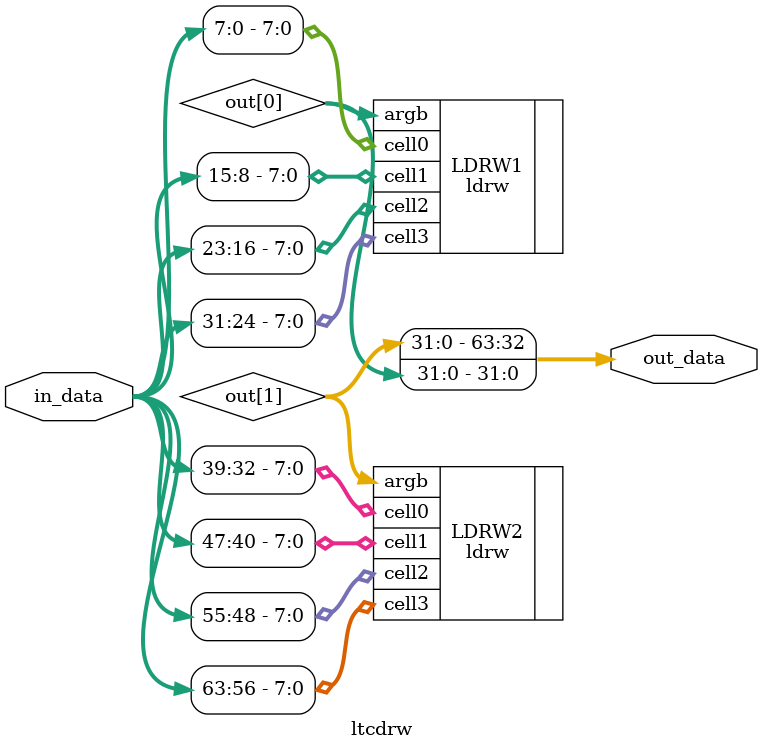
<source format=v>
/*
 * ltcdrw module
 */
module ltcdrw
  (
   input   [63:0] in_data,
   output  [63:0] out_data
   );
   wire [31:0] out [0:1];

   ldrw LDRW1 ( .cell0( in_data[ 7: 0] ), .cell1( in_data[15: 8] ),
		.cell2( in_data[23:16] ), .cell3( in_data[31:24] ),
		.argb( out[0] ) );
   ldrw LDRW2 ( .cell0( in_data[39:32] ), .cell1( in_data[47:40] ),
		.cell2( in_data[55:48] ), .cell3( in_data[63:56] ),
		.argb( out[1] ) );

   assign out_data = { out[1], out[0] };

endmodule

</source>
